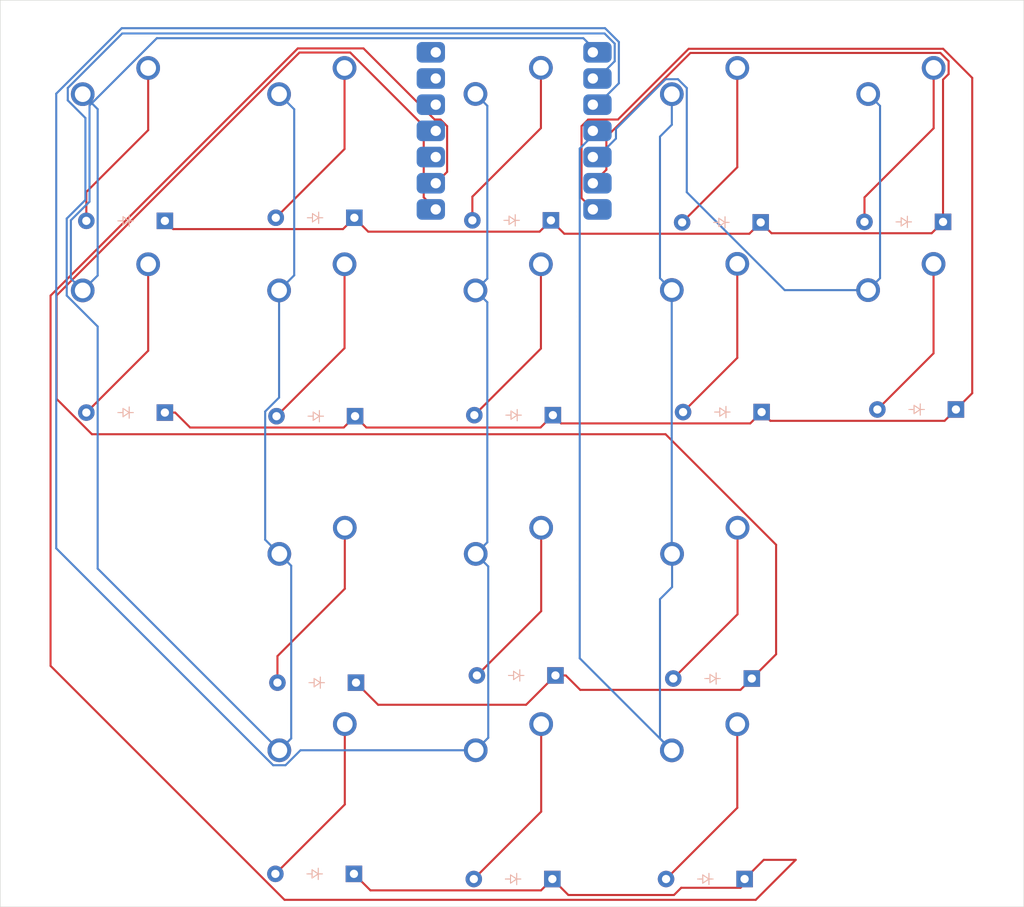
<source format=kicad_pcb>
(kicad_pcb (version 20240108) (generator "pcbnew") (generator_version "8.0")
  (layers (0 "F.Cu" signal) (31 "B.Cu" signal) (34 "B.Paste" user) (35 "F.Paste" user) (36 "B.SilkS" user "B.Silkscreen") (37 "F.SilkS" user "F.Silkscreen") (38 "B.Mask" user) (39 "F.Mask" user) (44 "Edge.Cuts" user))
  (net 0 "")
  (net 1 "Net-(D1-A)")
  (net 2 "Row 0")
  (net 3 "Row 1")
  (net 4 "Net-(D2-A)")
  (net 5 "Net-(D3-A)")
  (net 6 "Net-(D4-A)")
  (net 7 "Row 2")
  (net 8 "Net-(D5-A)")
  (net 9 "Net-(D6-A)")
  (net 10 "Row 3")
  (net 11 "Net-(D7-A)")
  (net 12 "Net-(D8-A)")
  (net 13 "Net-(D9-A)")
  (net 14 "Net-(D10-A)")
  (net 15 "Net-(D11-A)")
  (net 16 "Net-(D12-A)")
  (net 17 "Net-(D13-A)")
  (net 18 "Net-(D14-A)")
  (net 19 "Net-(D15-A)")
  (net 20 "Net-(D16-A)")
  (net 21 "Column 0")
  (net 22 "Column 1")
  (net 23 "Column 2")
  (net 24 "Column 3")
  (net 25 "Column 4")
  (net 26 "+3V3")
  (net 28 "GND")
  (net 31 "+5V")
  (footprint "MXSolderableV2:MX-Solderable-1U" (layer "F.Cu") (at 80.01 59.44)
    (property "Reference" "S4")
    (property "Value" "Keyswitch")
    (pad "" np_thru_hole circle (at -5.08 0 48.099) (size 1.7018 1.7018) (drill 1.7018) (layers "F&B.Cu" "*.Mask"))
    (pad "" np_thru_hole circle (at 0 0) (size 3.9878 3.9878) (drill 3.9878) (layers "*.Cu" "*.Mask"))
    (pad "" np_thru_hole circle (at 5.08 0 48.099) (size 1.7018 1.7018) (drill 1.7018) (layers "F&B.Cu" "*.Mask"))
    (pad "1" thru_hole circle (at -3.81 -2.54) (size 2.3 2.3) (drill 1.524) (layers "*.Cu" "B.Mask") (net 22 "Column 1"))
    (pad "2" thru_hole circle (at 2.54 -5.08) (size 2.3 2.3) (drill 1.524) (layers "*.Cu" "B.Mask") (net 6 "Net-(D4-A)"))
  )
  (footprint "MXSolderableV2:MX-Solderable-1U" (layer "F.Cu") (at 80.035 104.05)
    (property "Reference" "S6")
    (property "Value" "Keyswitch")
    (pad "" np_thru_hole circle (at -5.08 0 48.099) (size 1.7018 1.7018) (drill 1.7018) (layers "F&B.Cu" "*.Mask"))
    (pad "" np_thru_hole circle (at 0 0) (size 3.9878 3.9878) (drill 3.9878) (layers "*.Cu" "*.Mask"))
    (pad "" np_thru_hole circle (at 5.08 0 48.099) (size 1.7018 1.7018) (drill 1.7018) (layers "F&B.Cu" "*.Mask"))
    (pad "1" thru_hole circle (at -3.81 -2.54) (size 2.3 2.3) (drill 1.524) (layers "*.Cu" "B.Mask") (net 22 "Column 1"))
    (pad "2" thru_hole circle (at 2.54 -5.08) (size 2.3 2.3) (drill 1.524) (layers "*.Cu" "B.Mask") (net 9 "Net-(D6-A)"))
  )
  (footprint "MXSolderableV2:MX-Solderable-1U" (layer "F.Cu") (at 118.135 85)
    (property "Reference" "S13")
    (property "Value" "Keyswitch")
    (pad "" np_thru_hole circle (at -5.08 0 48.099) (size 1.7018 1.7018) (drill 1.7018) (layers "F&B.Cu" "*.Mask"))
    (pad "" np_thru_hole circle (at 0 0) (size 3.9878 3.9878) (drill 3.9878) (layers "*.Cu" "*.Mask"))
    (pad "" np_thru_hole circle (at 5.08 0 48.099) (size 1.7018 1.7018) (drill 1.7018) (layers "F&B.Cu" "*.Mask"))
    (pad "1" thru_hole circle (at -3.81 -2.54) (size 2.3 2.3) (drill 1.524) (layers "*.Cu" "B.Mask") (net 24 "Column 3"))
    (pad "2" thru_hole circle (at 2.54 -5.08) (size 2.3 2.3) (drill 1.524) (layers "*.Cu" "B.Mask") (net 17 "Net-(D13-A)"))
  )
  (footprint "MXSolderableV2:MX-Solderable-1U" (layer "F.Cu") (at 137.16 40.39)
    (property "Reference" "S15")
    (property "Value" "Keyswitch")
    (pad "" np_thru_hole circle (at -5.08 0 48.099) (size 1.7018 1.7018) (drill 1.7018) (layers "F&B.Cu" "*.Mask"))
    (pad "" np_thru_hole circle (at 0 0) (size 3.9878 3.9878) (drill 3.9878) (layers "*.Cu" "*.Mask"))
    (pad "" np_thru_hole circle (at 5.08 0 48.099) (size 1.7018 1.7018) (drill 1.7018) (layers "F&B.Cu" "*.Mask"))
    (pad "1" thru_hole circle (at -3.81 -2.54) (size 2.3 2.3) (drill 1.524) (layers "*.Cu" "B.Mask") (net 25 "Column 4"))
    (pad "2" thru_hole circle (at 2.54 -5.08) (size 2.3 2.3) (drill 1.524) (layers "*.Cu" "B.Mask") (net 19 "Net-(D15-A)"))
  )
  (footprint "MXSolderableV2:MX-Solderable-1U" (layer "F.Cu") (at 99.06 59.44)
    (property "Reference" "S8")
    (property "Value" "Keyswitch")
    (pad "" np_thru_hole circle (at -5.08 0 48.099) (size 1.7018 1.7018) (drill 1.7018) (layers "F&B.Cu" "*.Mask"))
    (pad "" np_thru_hole circle (at 0 0) (size 3.9878 3.9878) (drill 3.9878) (layers "*.Cu" "*.Mask"))
    (pad "" np_thru_hole circle (at 5.08 0 48.099) (size 1.7018 1.7018) (drill 1.7018) (layers "F&B.Cu" "*.Mask"))
    (pad "1" thru_hole circle (at -3.81 -2.54) (size 2.3 2.3) (drill 1.524) (layers "*.Cu" "B.Mask") (net 23 "Column 2"))
    (pad "2" thru_hole circle (at 2.54 -5.08) (size 2.3 2.3) (drill 1.524) (layers "*.Cu" "B.Mask") (net 12 "Net-(D8-A)"))
  )
  (footprint "MXSolderableV2:MX-Solderable-1U" (layer "F.Cu") (at 118.11 40.4)
    (property "Reference" "S11")
    (property "Value" "Keyswitch")
    (pad "" np_thru_hole circle (at -5.08 0 48.099) (size 1.7018 1.7018) (drill 1.7018) (layers "F&B.Cu" "*.Mask"))
    (pad "" np_thru_hole circle (at 0 0) (size 3.9878 3.9878) (drill 3.9878) (layers "*.Cu" "*.Mask"))
    (pad "" np_thru_hole circle (at 5.08 0 48.099) (size 1.7018 1.7018) (drill 1.7018) (layers "F&B.Cu" "*.Mask"))
    (pad "1" thru_hole circle (at -3.81 -2.54) (size 2.3 2.3) (drill 1.524) (layers "*.Cu" "B.Mask") (net 24 "Column 3"))
    (pad "2" thru_hole circle (at 2.54 -5.08) (size 2.3 2.3) (drill 1.524) (layers "*.Cu" "B.Mask") (net 15 "Net-(D11-A)"))
  )
  (footprint "MXSolderableV2:MX-Solderable-1U" (layer "F.Cu") (at 137.15 59.41)
    (property "Reference" "S16")
    (property "Value" "Keyswitch")
    (pad "" np_thru_hole circle (at -5.08 0 48.099) (size 1.7018 1.7018) (drill 1.7018) (layers "F&B.Cu" "*.Mask"))
    (pad "" np_thru_hole circle (at 0 0) (size 3.9878 3.9878) (drill 3.9878) (layers "*.Cu" "*.Mask"))
    (pad "" np_thru_hole circle (at 5.08 0 48.099) (size 1.7018 1.7018) (drill 1.7018) (layers "F&B.Cu" "*.Mask"))
    (pad "1" thru_hole circle (at -3.81 -2.54) (size 2.3 2.3) (drill 1.524) (layers "*.Cu" "B.Mask") (net 25 "Column 4"))
    (pad "2" thru_hole circle (at 2.54 -5.08) (size 2.3 2.3) (drill 1.524) (layers "*.Cu" "B.Mask") (net 20 "Net-(D16-A)"))
  )
  (footprint "MXSolderableV2:MX-Solderable-1U" (layer "F.Cu") (at 60.96 59.44)
    (property "Reference" "S2")
    (property "Value" "Keyswitch")
    (pad "" np_thru_hole circle (at -5.08 0 48.099) (size 1.7018 1.7018) (drill 1.7018) (layers "F&B.Cu" "*.Mask"))
    (pad "" np_thru_hole circle (at 0 0) (size 3.9878 3.9878) (drill 3.9878) (layers "*.Cu" "*.Mask"))
    (pad "" np_thru_hole circle (at 5.08 0 48.099) (size 1.7018 1.7018) (drill 1.7018) (layers "F&B.Cu" "*.Mask"))
    (pad "1" thru_hole circle (at -3.81 -2.54) (size 2.3 2.3) (drill 1.524) (layers "*.Cu" "B.Mask") (net 21 "Column 0"))
    (pad "2" thru_hole circle (at 2.54 -5.08) (size 2.3 2.3) (drill 1.524) (layers "*.Cu" "B.Mask") (net 4 "Net-(D2-A)"))
  )
  (footprint "MXSolderableV2:MX-Solderable-1U" (layer "F.Cu") (at 118.11 59.4)
    (property "Reference" "S12")
    (property "Value" "Keyswitch")
    (pad "" np_thru_hole circle (at -5.08 0 48.099) (size 1.7018 1.7018) (drill 1.7018) (layers "F&B.Cu" "*.Mask"))
    (pad "" np_thru_hole circle (at 0 0) (size 3.9878 3.9878) (drill 3.9878) (layers "*.Cu" "*.Mask"))
    (pad "" np_thru_hole circle (at 5.08 0 48.099) (size 1.7018 1.7018) (drill 1.7018) (layers "F&B.Cu" "*.Mask"))
    (pad "1" thru_hole circle (at -3.81 -2.54) (size 2.3 2.3) (drill 1.524) (layers "*.Cu" "B.Mask") (net 24 "Column 3"))
    (pad "2" thru_hole circle (at 2.54 -5.08) (size 2.3 2.3) (drill 1.524) (layers "*.Cu" "B.Mask") (net 16 "Net-(D12-A)"))
  )
  (footprint "MXSolderableV2:MX-Solderable-1U" (layer "F.Cu") (at 60.96 40.4)
    (property "Reference" "S1")
    (property "Value" "Keyswitch")
    (pad "" np_thru_hole circle (at -5.08 0 48.099) (size 1.7018 1.7018) (drill 1.7018) (layers "F&B.Cu" "*.Mask"))
    (pad "" np_thru_hole circle (at 0 0) (size 3.9878 3.9878) (drill 3.9878) (layers "*.Cu" "*.Mask"))
    (pad "" np_thru_hole circle (at 5.08 0 48.099) (size 1.7018 1.7018) (drill 1.7018) (layers "F&B.Cu" "*.Mask"))
    (pad "1" thru_hole circle (at -3.81 -2.54) (size 2.3 2.3) (drill 1.524) (layers "*.Cu" "B.Mask") (net 21 "Column 0"))
    (pad "2" thru_hole circle (at 2.54 -5.08) (size 2.3 2.3) (drill 1.524) (layers "*.Cu" "B.Mask") (net 1 "Net-(D1-A)"))
  )
  (footprint "MXSolderableV2:MX-Solderable-1U" (layer "F.Cu") (at 118.11 104.06)
    (property "Reference" "S14")
    (property "Value" "Keyswitch")
    (pad "" np_thru_hole circle (at -5.08 0 48.099) (size 1.7018 1.7018) (drill 1.7018) (layers "F&B.Cu" "*.Mask"))
    (pad "" np_thru_hole circle (at 0 0) (size 3.9878 3.9878) (drill 3.9878) (layers "*.Cu" "*.Mask"))
    (pad "" np_thru_hole circle (at 5.08 0 48.099) (size 1.7018 1.7018) (drill 1.7018) (layers "F&B.Cu" "*.Mask"))
    (pad "1" thru_hole circle (at -3.81 -2.54) (size 2.3 2.3) (drill 1.524) (layers "*.Cu" "B.Mask") (net 24 "Column 3"))
    (pad "2" thru_hole circle (at 2.54 -5.08) (size 2.3 2.3) (drill 1.524) (layers "*.Cu" "B.Mask") (net 18 "Net-(D14-A)"))
  )
  (footprint "MXSolderableV2:MX-Solderable-1U" (layer "F.Cu") (at 99.06 40.38)
    (property "Reference" "S7")
    (property "Value" "Keyswitch")
    (pad "" np_thru_hole circle (at -5.08 0 48.099) (size 1.7018 1.7018) (drill 1.7018) (layers "F&B.Cu" "*.Mask"))
    (pad "" np_thru_hole circle (at 0 0) (size 3.9878 3.9878) (drill 3.9878) (layers "*.Cu" "*.Mask"))
    (pad "" np_thru_hole circle (at 5.08 0 48.099) (size 1.7018 1.7018) (drill 1.7018) (layers "F&B.Cu" "*.Mask"))
    (pad "1" thru_hole circle (at -3.81 -2.54) (size 2.3 2.3) (drill 1.524) (layers "*.Cu" "B.Mask") (net 23 "Column 2"))
    (pad "2" thru_hole circle (at 2.54 -5.08) (size 2.3 2.3) (drill 1.524) (layers "*.Cu" "B.Mask") (net 11 "Net-(D7-A)"))
  )
  (footprint "MXSolderableV2:MX-Solderable-1U" (layer "F.Cu") (at 80.01 40.4)
    (property "Reference" "S3")
    (property "Value" "Keyswitch")
    (pad "" np_thru_hole circle (at -5.08 0 48.099) (size 1.7018 1.7018) (drill 1.7018) (layers "F&B.Cu" "*.Mask"))
    (pad "" np_thru_hole circle (at 0 0) (size 3.9878 3.9878) (drill 3.9878) (layers "*.Cu" "*.Mask"))
    (pad "" np_thru_hole circle (at 5.08 0 48.099) (size 1.7018 1.7018) (drill 1.7018) (layers "F&B.Cu" "*.Mask"))
    (pad "1" thru_hole circle (at -3.81 -2.54) (size 2.3 2.3) (drill 1.524) (layers "*.Cu" "B.Mask") (net 22 "Column 1"))
    (pad "2" thru_hole circle (at 2.54 -5.08) (size 2.3 2.3) (drill 1.524) (layers "*.Cu" "B.Mask") (net 5 "Net-(D3-A)"))
  )
  (footprint "MXSolderableV2:MX-Solderable-1U" (layer "F.Cu") (at 80.035 85)
    (property "Reference" "S5")
    (property "Value" "Keyswitch")
    (pad "" np_thru_hole circle (at -5.08 0 48.099) (size 1.7018 1.7018) (drill 1.7018) (layers "F&B.Cu" "*.Mask"))
    (pad "" np_thru_hole circle (at 0 0) (size 3.9878 3.9878) (drill 3.9878) (layers "*.Cu" "*.Mask"))
    (pad "" np_thru_hole circle (at 5.08 0 48.099) (size 1.7018 1.7018) (drill 1.7018) (layers "F&B.Cu" "*.Mask"))
    (pad "1" thru_hole circle (at -3.81 -2.54) (size 2.3 2.3) (drill 1.524) (layers "*.Cu" "B.Mask") (net 22 "Column 1"))
    (pad "2" thru_hole circle (at 2.54 -5.08) (size 2.3 2.3) (drill 1.524) (layers "*.Cu" "B.Mask") (net 8 "Net-(D5-A)"))
  )
  (footprint "MXSolderableV2:MX-Solderable-1U" (layer "F.Cu") (at 99.085 85)
    (property "Reference" "S9")
    (property "Value" "Keyswitch")
    (pad "" np_thru_hole circle (at -5.08 0 48.099) (size 1.7018 1.7018) (drill 1.7018) (layers "F&B.Cu" "*.Mask"))
    (pad "" np_thru_hole circle (at 0 0) (size 3.9878 3.9878) (drill 3.9878) (layers "*.Cu" "*.Mask"))
    (pad "" np_thru_hole circle (at 5.08 0 48.099) (size 1.7018 1.7018) (drill 1.7018) (layers "F&B.Cu" "*.Mask"))
    (pad "1" thru_hole circle (at -3.81 -2.54) (size 2.3 2.3) (drill 1.524) (layers "*.Cu" "B.Mask") (net 23 "Column 2"))
    (pad "2" thru_hole circle (at 2.54 -5.08) (size 2.3 2.3) (drill 1.524) (layers "*.Cu" "B.Mask") (net 13 "Net-(D9-A)"))
  )
  (footprint "MXSolderableV2:MX-Solderable-1U" (layer "F.Cu") (at 99.085 104.05)
    (property "Reference" "S10")
    (property "Value" "Keyswitch")
    (pad "" np_thru_hole circle (at -5.08 0 48.099) (size 1.7018 1.7018) (drill 1.7018) (layers "F&B.Cu" "*.Mask"))
    (pad "" np_thru_hole circle (at 0 0) (size 3.9878 3.9878) (drill 3.9878) (layers "*.Cu" "*.Mask"))
    (pad "" np_thru_hole circle (at 5.08 0 48.099) (size 1.7018 1.7018) (drill 1.7018) (layers "F&B.Cu" "*.Mask"))
    (pad "1" thru_hole circle (at -3.81 -2.54) (size 2.3 2.3) (drill 1.524) (layers "*.Cu" "B.Mask") (net 23 "Column 2"))
    (pad "2" thru_hole circle (at 2.54 -5.08) (size 2.3 2.3) (drill 1.524) (layers "*.Cu" "B.Mask") (net 14 "Net-(D10-A)"))
  )
  (footprint "ScottoKeebs_Components:Diode_DO-35" (layer "B.Cu") (at 123.01 68.7 180)
    (property "Reference" "D12" (hide yes))
    (property "Value" "Diode" (hide yes))
    (fp_line (start 4.56 0) (end 4.06 0) (stroke (width 0.1)) (layer "B.SilkS"))
    (fp_line (start 4.06 0.4) (end 3.46 0) (stroke (width 0.1)) (layer "B.SilkS"))
    (fp_line (start 4.06 -0.4) (end 4.06 0.4) (stroke (width 0.1)) (layer "B.SilkS"))
    (fp_line (start 3.46 0) (end 4.06 -0.4) (stroke (width 0.1)) (layer "B.SilkS"))
    (fp_line (start 3.46 0) (end 3.06 0) (stroke (width 0.1)) (layer "B.SilkS"))
    (fp_line (start 3.46 -0.55) (end 3.46 0.55) (stroke (width 0.1)) (layer "B.SilkS"))
    (pad "1" thru_hole rect (at 0 0 180) (size 1.6 1.6) (drill 0.8) (layers "*.Cu" "*.Mask") (net 3 "Row 1"))
    (pad "2" thru_hole oval (at 7.62 0 180) (size 1.6 1.6) (drill 0.8) (layers "*.Cu" "*.Mask") (net 16 "Net-(D12-A)"))
  )
  (footprint "ScottoKeebs_Components:Diode_DO-35" (layer "B.Cu") (at 102.57 50.1 180)
    (property "Reference" "D7" (hide yes))
    (property "Value" "Diode" (hide yes))
    (fp_line (start 4.56 0) (end 4.06 0) (stroke (width 0.1)) (layer "B.SilkS"))
    (fp_line (start 4.06 0.4) (end 3.46 0) (stroke (width 0.1)) (layer "B.SilkS"))
    (fp_line (start 4.06 -0.4) (end 4.06 0.4) (stroke (width 0.1)) (layer "B.SilkS"))
    (fp_line (start 3.46 0) (end 4.06 -0.4) (stroke (width 0.1)) (layer "B.SilkS"))
    (fp_line (start 3.46 0) (end 3.06 0) (stroke (width 0.1)) (layer "B.SilkS"))
    (fp_line (start 3.46 -0.55) (end 3.46 0.55) (stroke (width 0.1)) (layer "B.SilkS"))
    (pad "1" thru_hole rect (at 0 0 180) (size 1.6 1.6) (drill 0.8) (layers "*.Cu" "*.Mask") (net 2 "Row 0"))
    (pad "2" thru_hole oval (at 7.62 0 180) (size 1.6 1.6) (drill 0.8) (layers "*.Cu" "*.Mask") (net 11 "Net-(D7-A)"))
  )
  (footprint "ScottoKeebs_Components:Diode_DO-35" (layer "B.Cu") (at 122.06 94.55 180)
    (property "Reference" "D13" (hide yes))
    (property "Value" "Diode" (hide yes))
    (fp_line (start 4.56 0) (end 4.06 0) (stroke (width 0.1)) (layer "B.SilkS"))
    (fp_line (start 4.06 0.4) (end 3.46 0) (stroke (width 0.1)) (layer "B.SilkS"))
    (fp_line (start 4.06 -0.4) (end 4.06 0.4) (stroke (width 0.1)) (layer "B.SilkS"))
    (fp_line (start 3.46 0) (end 4.06 -0.4) (stroke (width 0.1)) (layer "B.SilkS"))
    (fp_line (start 3.46 0) (end 3.06 0) (stroke (width 0.1)) (layer "B.SilkS"))
    (fp_line (start 3.46 -0.55) (end 3.46 0.55) (stroke (width 0.1)) (layer "B.SilkS"))
    (pad "1" thru_hole rect (at 0 0 180) (size 1.6 1.6) (drill 0.8) (layers "*.Cu" "*.Mask") (net 7 "Row 2"))
    (pad "2" thru_hole oval (at 7.62 0 180) (size 1.6 1.6) (drill 0.8) (layers "*.Cu" "*.Mask") (net 17 "Net-(D13-A)"))
  )
  (footprint "ScottoKeebs_Components:Diode_DO-35" (layer "B.Cu") (at 83.46 113.5 180)
    (property "Reference" "D6" (hide yes))
    (property "Value" "Diode" (hide yes))
    (fp_line (start 4.56 0) (end 4.06 0) (stroke (width 0.1)) (layer "B.SilkS"))
    (fp_line (start 4.06 0.4) (end 3.46 0) (stroke (width 0.1)) (layer "B.SilkS"))
    (fp_line (start 4.06 -0.4) (end 4.06 0.4) (stroke (width 0.1)) (layer "B.SilkS"))
    (fp_line (start 3.46 0) (end 4.06 -0.4) (stroke (width 0.1)) (layer "B.SilkS"))
    (fp_line (start 3.46 0) (end 3.06 0) (stroke (width 0.1)) (layer "B.SilkS"))
    (fp_line (start 3.46 -0.55) (end 3.46 0.55) (stroke (width 0.1)) (layer "B.SilkS"))
    (pad "1" thru_hole rect (at 0 0 180) (size 1.6 1.6) (drill 0.8) (layers "*.Cu" "*.Mask") (net 10 "Row 3"))
    (pad "2" thru_hole oval (at 7.62 0 180) (size 1.6 1.6) (drill 0.8) (layers "*.Cu" "*.Mask") (net 9 "Net-(D6-A)"))
  )
  (footprint "ScottoKeebs_Components:Diode_DO-35" (layer "B.Cu") (at 83.57 69.1 180)
    (property "Reference" "D4" (hide yes))
    (property "Value" "Diode" (hide yes))
    (fp_line (start 4.56 0) (end 4.06 0) (stroke (width 0.1)) (layer "B.SilkS"))
    (fp_line (start 4.06 0.4) (end 3.46 0) (stroke (width 0.1)) (layer "B.SilkS"))
    (fp_line (start 4.06 -0.4) (end 4.06 0.4) (stroke (width 0.1)) (layer "B.SilkS"))
    (fp_line (start 3.46 0) (end 4.06 -0.4) (stroke (width 0.1)) (layer "B.SilkS"))
    (fp_line (start 3.46 0) (end 3.06 0) (stroke (width 0.1)) (layer "B.SilkS"))
    (fp_line (start 3.46 -0.55) (end 3.46 0.55) (stroke (width 0.1)) (layer "B.SilkS"))
    (pad "1" thru_hole rect (at 0 0 180) (size 1.6 1.6) (drill 0.8) (layers "*.Cu" "*.Mask") (net 3 "Row 1"))
    (pad "2" thru_hole oval (at 7.62 0 180) (size 1.6 1.6) (drill 0.8) (layers "*.Cu" "*.Mask") (net 6 "Net-(D4-A)"))
  )
  (footprint "ScottoKeebs_Components:Diode_DO-35" (layer "B.Cu") (at 83.66 94.95 180)
    (property "Reference" "D5" (hide yes))
    (property "Value" "Diode" (hide yes))
    (fp_line (start 4.56 0) (end 4.06 0) (stroke (width 0.1)) (layer "B.SilkS"))
    (fp_line (start 4.06 0.4) (end 3.46 0) (stroke (width 0.1)) (layer "B.SilkS"))
    (fp_line (start 4.06 -0.4) (end 4.06 0.4) (stroke (width 0.1)) (layer "B.SilkS"))
    (fp_line (start 3.46 0) (end 4.06 -0.4) (stroke (width 0.1)) (layer "B.SilkS"))
    (fp_line (start 3.46 0) (end 3.06 0) (stroke (width 0.1)) (layer "B.SilkS"))
    (fp_line (start 3.46 -0.55) (end 3.46 0.55) (stroke (width 0.1)) (layer "B.SilkS"))
    (pad "1" thru_hole rect (at 0 0 180) (size 1.6 1.6) (drill 0.8) (layers "*.Cu" "*.Mask") (net 7 "Row 2"))
    (pad "2" thru_hole oval (at 7.62 0 180) (size 1.6 1.6) (drill 0.8) (layers "*.Cu" "*.Mask") (net 8 "Net-(D5-A)"))
  )
  (footprint "ScottoKeebs_Components:Diode_DO-35" (layer "B.Cu") (at 121.36 114 180)
    (property "Reference" "D14" (hide yes))
    (property "Value" "Diode" (hide yes))
    (fp_line (start 4.56 0) (end 4.06 0) (stroke (width 0.1)) (layer "B.SilkS"))
    (fp_line (start 4.06 0.4) (end 3.46 0) (stroke (width 0.1)) (layer "B.SilkS"))
    (fp_line (start 4.06 -0.4) (end 4.06 0.4) (stroke (width 0.1)) (layer "B.SilkS"))
    (fp_line (start 3.46 0) (end 4.06 -0.4) (stroke (width 0.1)) (layer "B.SilkS"))
    (fp_line (start 3.46 0) (end 3.06 0) (stroke (width 0.1)) (layer "B.SilkS"))
    (fp_line (start 3.46 -0.55) (end 3.46 0.55) (stroke (width 0.1)) (layer "B.SilkS"))
    (pad "1" thru_hole rect (at 0 0 180) (size 1.6 1.6) (drill 0.8) (layers "*.Cu" "*.Mask") (net 10 "Row 3"))
    (pad "2" thru_hole oval (at 7.62 0 180) (size 1.6 1.6) (drill 0.8) (layers "*.Cu" "*.Mask") (net 18 "Net-(D14-A)"))
  )
  (footprint "ScottoKeebs_Components:Diode_DO-35" (layer "B.Cu") (at 83.5 49.85 180)
    (property "Reference" "D3" (hide yes))
    (property "Value" "Diode" (hide yes))
    (fp_line (start 4.56 0) (end 4.06 0) (stroke (width 0.1)) (layer "B.SilkS"))
    (fp_line (start 4.06 0.4) (end 3.46 0) (stroke (width 0.1)) (layer "B.SilkS"))
    (fp_line (start 4.06 -0.4) (end 4.06 0.4) (stroke (width 0.1)) (layer "B.SilkS"))
    (fp_line (start 3.46 0) (end 4.06 -0.4) (stroke (width 0.1)) (layer "B.SilkS"))
    (fp_line (start 3.46 0) (end 3.06 0) (stroke (width 0.1)) (layer "B.SilkS"))
    (fp_line (start 3.46 -0.55) (end 3.46 0.55) (stroke (width 0.1)) (layer "B.SilkS"))
    (pad "1" thru_hole rect (at 0 0 180) (size 1.6 1.6) (drill 0.8) (layers "*.Cu" "*.Mask") (net 2 "Row 0"))
    (pad "2" thru_hole oval (at 7.62 0 180) (size 1.6 1.6) (drill 0.8) (layers "*.Cu" "*.Mask") (net 5 "Net-(D3-A)"))
  )
  (footprint "ScottoKeebs_Components:Diode_DO-35" (layer "B.Cu") (at 140.61 50.25 180)
    (property "Reference" "D15" (hide yes))
    (property "Value" "Diode" (hide yes))
    (fp_line (start 4.56 0) (end 4.06 0) (stroke (width 0.1)) (layer "B.SilkS"))
    (fp_line (start 4.06 0.4) (end 3.46 0) (stroke (width 0.1)) (layer "B.SilkS"))
    (fp_line (start 4.06 -0.4) (end 4.06 0.4) (stroke (width 0.1)) (layer "B.SilkS"))
    (fp_line (start 3.46 0) (end 4.06 -0.4) (stroke (width 0.1)) (layer "B.SilkS"))
    (fp_line (start 3.46 0) (end 3.06 0) (stroke (width 0.1)) (layer "B.SilkS"))
    (fp_line (start 3.46 -0.55) (end 3.46 0.55) (stroke (width 0.1)) (layer "B.SilkS"))
    (pad "1" thru_hole rect (at 0 0 180) (size 1.6 1.6) (drill 0.8) (layers "*.Cu" "*.Mask") (net 2 "Row 0"))
    (pad "2" thru_hole oval (at 7.62 0 180) (size 1.6 1.6) (drill 0.8) (layers "*.Cu" "*.Mask") (net 19 "Net-(D15-A)"))
  )
  (footprint "ScottoKeebs_Components:Diode_DO-35" (layer "B.Cu") (at 102.71 114 180)
    (property "Reference" "D10" (hide yes))
    (property "Value" "Diode" (hide yes))
    (fp_line (start 4.56 0) (end 4.06 0) (stroke (width 0.1)) (layer "B.SilkS"))
    (fp_line (start 4.06 0.4) (end 3.46 0) (stroke (width 0.1)) (layer "B.SilkS"))
    (fp_line (start 4.06 -0.4) (end 4.06 0.4) (stroke (width 0.1)) (layer "B.SilkS"))
    (fp_line (start 3.46 0) (end 4.06 -0.4) (stroke (width 0.1)) (layer "B.SilkS"))
    (fp_line (start 3.46 0) (end 3.06 0) (stroke (width 0.1)) (layer "B.SilkS"))
    (fp_line (start 3.46 -0.55) (end 3.46 0.55) (stroke (width 0.1)) (layer "B.SilkS"))
    (pad "1" thru_hole rect (at 0 0 180) (size 1.6 1.6) (drill 0.8) (layers "*.Cu" "*.Mask") (net 10 "Row 3"))
    (pad "2" thru_hole oval (at 7.62 0 180) (size 1.6 1.6) (drill 0.8) (layers "*.Cu" "*.Mask") (net 14 "Net-(D10-A)"))
  )
  (footprint "ScottoKeebs_Components:Diode_DO-35" (layer "B.Cu") (at 65.12 68.75 180)
    (property "Reference" "D2" (hide yes))
    (property "Value" "Diode" (hide yes))
    (fp_line (start 4.56 0) (end 4.06 0) (stroke (width 0.1)) (layer "B.SilkS"))
    (fp_line (start 4.06 0.4) (end 3.46 0) (stroke (width 0.1)) (layer "B.SilkS"))
    (fp_line (start 4.06 -0.4) (end 4.06 0.4) (stroke (width 0.1)) (layer "B.SilkS"))
    (fp_line (start 3.46 0) (end 4.06 -0.4) (stroke (width 0.1)) (layer "B.SilkS"))
    (fp_line (start 3.46 0) (end 3.06 0) (stroke (width 0.1)) (layer "B.SilkS"))
    (fp_line (start 3.46 -0.55) (end 3.46 0.55) (stroke (width 0.1)) (layer "B.SilkS"))
    (pad "1" thru_hole rect (at 0 0 180) (size 1.6 1.6) (drill 0.8) (layers "*.Cu" "*.Mask") (net 3 "Row 1"))
    (pad "2" thru_hole oval (at 7.62 0 180) (size 1.6 1.6) (drill 0.8) (layers "*.Cu" "*.Mask") (net 4 "Net-(D2-A)"))
  )
  (footprint "ScottoKeebs_Components:Diode_DO-35" (layer "B.Cu") (at 141.86 68.45 180)
    (property "Reference" "D16" (hide yes))
    (property "Value" "Diode" (hide yes))
    (fp_line (start 4.56 0) (end 4.06 0) (stroke (width 0.1)) (layer "B.SilkS"))
    (fp_line (start 4.06 0.4) (end 3.46 0) (stroke (width 0.1)) (layer "B.SilkS"))
    (fp_line (start 4.06 -0.4) (end 4.06 0.4) (stroke (width 0.1)) (layer "B.SilkS"))
    (fp_line (start 3.46 0) (end 4.06 -0.4) (stroke (width 0.1)) (layer "B.SilkS"))
    (fp_line (start 3.46 0) (end 3.06 0) (stroke (width 0.1)) (layer "B.SilkS"))
    (fp_line (start 3.46 -0.55) (end 3.46 0.55) (stroke (width 0.1)) (layer "B.SilkS"))
    (pad "1" thru_hole rect (at 0 0 180) (size 1.6 1.6) (drill 0.8) (layers "*.Cu" "*.Mask") (net 3 "Row 1"))
    (pad "2" thru_hole oval (at 7.62 0 180) (size 1.6 1.6) (drill 0.8) (layers "*.Cu" "*.Mask") (net 20 "Net-(D16-A)"))
  )
  (footprint "ScottoKeebs_Components:Diode_DO-35" (layer "B.Cu") (at 102.76 69 180)
    (property "Reference" "D8" (hide yes))
    (property "Value" "Diode" (hide yes))
    (fp_line (start 4.56 0) (end 4.06 0) (stroke (width 0.1)) (layer "B.SilkS"))
    (fp_line (start 4.06 0.4) (end 3.46 0) (stroke (width 0.1)) (layer "B.SilkS"))
    (fp_line (start 4.06 -0.4) (end 4.06 0.4) (stroke (width 0.1)) (layer "B.SilkS"))
    (fp_line (start 3.46 0) (end 4.06 -0.4) (stroke (width 0.1)) (layer "B.SilkS"))
    (fp_line (start 3.46 0) (end 3.06 0) (stroke (width 0.1)) (layer "B.SilkS"))
    (fp_line (start 3.46 -0.55) (end 3.46 0.55) (stroke (width 0.1)) (layer "B.SilkS"))
    (pad "1" thru_hole rect (at 0 0 180) (size 1.6 1.6) (drill 0.8) (layers "*.Cu" "*.Mask") (net 3 "Row 1"))
    (pad "2" thru_hole oval (at 7.62 0 180) (size 1.6 1.6) (drill 0.8) (layers "*.Cu" "*.Mask") (net 12 "Net-(D8-A)"))
  )
  (footprint "ScottoKeebs_Components:Diode_DO-35" (layer "B.Cu") (at 103.01 94.25 180)
    (property "Reference" "D9" (hide yes))
    (property "Value" "Diode" (hide yes))
    (fp_line (start 4.56 0) (end 4.06 0) (stroke (width 0.1)) (layer "B.SilkS"))
    (fp_line (start 4.06 0.4) (end 3.46 0) (stroke (width 0.1)) (layer "B.SilkS"))
    (fp_line (start 4.06 -0.4) (end 4.06 0.4) (stroke (width 0.1)) (layer "B.SilkS"))
    (fp_line (start 3.46 0) (end 4.06 -0.4) (stroke (width 0.1)) (layer "B.SilkS"))
    (fp_line (start 3.46 0) (end 3.06 0) (stroke (width 0.1)) (layer "B.SilkS"))
    (fp_line (start 3.46 -0.55) (end 3.46 0.55) (stroke (width 0.1)) (layer "B.SilkS"))
    (pad "1" thru_hole rect (at 0 0 180) (size 1.6 1.6) (drill 0.8) (layers "*.Cu" "*.Mask") (net 7 "Row 2"))
    (pad "2" thru_hole oval (at 7.62 0 180) (size 1.6 1.6) (drill 0.8) (layers "*.Cu" "*.Mask") (net 13 "Net-(D9-A)"))
  )
  (footprint "ScottoKeebs_MCU:Seeed_XIAO_RP2040" (layer "B.Cu") (at 99.02 41.42 180)
    (property "Reference" "U1" (hide yes))
    (property "Value" "MCU_Seeed_XIAO_RP2040")
    (pad "1" smd roundrect (at -8.065 7.62 180) (size 2.75 2) (layers "B.Cu" "B.Paste" "B.Mask") (net 21 "Column 0"))
    (pad "1" thru_hole rect (at -7.62 7.62 90) (size 1.6 1.6) (drill 1) (layers "*.Cu" "*.Mask") (net 21 "Column 0"))
    (pad "2" smd roundrect (at -8.065 5.08 180) (size 2.75 2) (layers "B.Cu" "B.Paste" "B.Mask") (net 22 "Column 1"))
    (pad "2" thru_hole circle (at -7.62 5.08 90) (size 1.6 1.6) (drill 1) (layers "*.Cu" "*.Mask") (net 22 "Column 1"))
    (pad "3" smd roundrect (at -8.065 2.54 180) (size 2.75 2) (layers "B.Cu" "B.Paste" "B.Mask") (net 23 "Column 2"))
    (pad "3" thru_hole circle (at -7.62 2.54 90) (size 1.6 1.6) (drill 1) (layers "*.Cu" "*.Mask") (net 23 "Column 2"))
    (pad "4" smd roundrect (at -8.065 0 180) (size 2.75 2) (layers "B.Cu" "B.Paste" "B.Mask") (net 24 "Column 3"))
    (pad "4" thru_hole circle (at -7.62 0 90) (size 1.6 1.6) (drill 1) (layers "*.Cu" "*.Mask") (net 24 "Column 3"))
    (pad "5" smd roundrect (at -8.065 -2.54 180) (size 2.75 2) (layers "B.Cu" "B.Paste" "B.Mask") (net 25 "Column 4"))
    (pad "5" thru_hole circle (at -7.62 -2.54 90) (size 1.6 1.6) (drill 1) (layers "*.Cu" "*.Mask") (net 25 "Column 4"))
    (pad "6" smd roundrect (at -8.065 -5.08 180) (size 2.75 2) (layers "B.Cu" "B.Paste" "B.Mask") (net 2 "Row 0"))
    (pad "6" thru_hole circle (at -7.62 -5.08 90) (size 1.6 1.6) (drill 1) (layers "*.Cu" "*.Mask") (net 2 "Row 0"))
    (pad "7" smd roundrect (at -8.065 -7.62 180) (size 2.75 2) (layers "B.Cu" "B.Paste" "B.Mask") (net 3 "Row 1"))
    (pad "7" thru_hole circle (at -7.62 -7.62 90) (size 1.6 1.6) (drill 1) (layers "*.Cu" "*.Mask") (net 3 "Row 1"))
    (pad "8" thru_hole circle (at 7.62 -7.62 90) (size 1.6 1.6) (drill 1) (layers "*.Cu" "*.Mask") (net 7 "Row 2"))
    (pad "8" smd roundrect (at 8.1 -7.62 180) (size 2.75 2) (layers "B.Cu" "B.Paste" "B.Mask") (net 7 "Row 2"))
    (pad "9" thru_hole circle (at 7.62 -5.08 90) (size 1.6 1.6) (drill 1) (layers "*.Cu" "*.Mask") (net 10 "Row 3"))
    (pad "9" smd roundrect (at 8.1 -5.08 180) (size 2.75 2) (layers "B.Cu" "B.Paste" "B.Mask") (net 10 "Row 3"))
    (pad "10" thru_hole circle (at 7.62 -2.54 90) (size 1.6 1.6) (drill 1) (layers "*.Cu" "*.Mask"))
    (pad "10" smd roundrect (at 8.1 -2.54 180) (size 2.75 2) (layers "B.Cu" "B.Paste" "B.Mask"))
    (pad "11" thru_hole circle (at 7.62 0 90) (size 1.6 1.6) (drill 1) (layers "*.Cu" "*.Mask"))
    (pad "11" smd roundrect (at 8.1 0 180) (size 2.75 2) (layers "B.Cu" "B.Paste" "B.Mask"))
    (pad "12" thru_hole circle (at 7.62 2.54 90) (size 1.6 1.6) (drill 1) (layers "*.Cu" "*.Mask") (net 26 "+3V3"))
    (pad "12" smd roundrect (at 8.1 2.54 180) (size 2.75 2) (layers "B.Cu" "B.Paste" "B.Mask") (net 26 "+3V3"))
    (pad "13" thru_hole circle (at 7.62 5.08 90) (size 1.6 1.6) (drill 1) (layers "*.Cu" "*.Mask") (net 28 "GND"))
    (pad "13" smd roundrect (at 8.1 5.08 180) (size 2.75 2) (layers "B.Cu" "B.Paste" "B.Mask") (net 28 "GND"))
    (pad "14" thru_hole circle (at 7.62 7.62 90) (size 1.6 1.6) (drill 1) (layers "*.Cu" "*.Mask") (net 31 "+5V"))
    (pad "14" smd roundrect (at 8.1 7.62 180) (size 2.75 2) (layers "B.Cu" "B.Paste" "B.Mask") (net 31 "+5V"))
  )
  (footprint "ScottoKeebs_Components:Diode_DO-35" (layer "B.Cu") (at 65.12 50.15 180)
    (property "Reference" "D1" (hide yes))
    (property "Value" "Diode" (hide yes))
    (fp_line (start 4.56 0) (end 4.06 0) (stroke (width 0.1)) (layer "B.SilkS"))
    (fp_line (start 4.06 0.4) (end 3.46 0) (stroke (width 0.1)) (layer "B.SilkS"))
    (fp_line (start 4.06 -0.4) (end 4.06 0.4) (stroke (width 0.1)) (layer "B.SilkS"))
    (fp_line (start 3.46 0) (end 4.06 -0.4) (stroke (width 0.1)) (layer "B.SilkS"))
    (fp_line (start 3.46 0) (end 3.06 0) (stroke (width 0.1)) (layer "B.SilkS"))
    (fp_line (start 3.46 -0.55) (end 3.46 0.55) (stroke (width 0.1)) (layer "B.SilkS"))
    (pad "1" thru_hole rect (at 0 0 180) (size 1.6 1.6) (drill 0.8) (layers "*.Cu" "*.Mask") (net 2 "Row 0"))
    (pad "2" thru_hole oval (at 7.62 0 180) (size 1.6 1.6) (drill 0.8) (layers "*.Cu" "*.Mask") (net 1 "Net-(D1-A)"))
  )
  (footprint "ScottoKeebs_Components:Diode_DO-35" (layer "B.Cu") (at 122.92 50.3 180)
    (property "Reference" "D11" (hide yes))
    (property "Value" "Diode" (hide yes))
    (fp_line (start 4.56 0) (end 4.06 0) (stroke (width 0.1)) (layer "B.SilkS"))
    (fp_line (start 4.06 0.4) (end 3.46 0) (stroke (width 0.1)) (layer "B.SilkS"))
    (fp_line (start 4.06 -0.4) (end 4.06 0.4) (stroke (width 0.1)) (layer "B.SilkS"))
    (fp_line (start 3.46 0) (end 4.06 -0.4) (stroke (width 0.1)) (layer "B.SilkS"))
    (fp_line (start 3.46 0) (end 3.06 0) (stroke (width 0.1)) (layer "B.SilkS"))
    (fp_line (start 3.46 -0.55) (end 3.46 0.55) (stroke (width 0.1)) (layer "B.SilkS"))
    (pad "1" thru_hole rect (at 0 0 180) (size 1.6 1.6) (drill 0.8) (layers "*.Cu" "*.Mask") (net 2 "Row 0"))
    (pad "2" thru_hole oval (at 7.62 0 180) (size 1.6 1.6) (drill 0.8) (layers "*.Cu" "*.Mask") (net 15 "Net-(D11-A)"))
  )
  (gr_rect (start 49.15 28.75) (end 148.45 116.7) (stroke (width 0.05)) (fill none) (layer "Edge.Cuts"))
  (segment (start 63.5 35.32) (end 63.5 41.35) (width 0.2) (layer "F.Cu") (net 1))
  (segment (start 63.5 41.35) (end 57.5 47.35) (width 0.2) (layer "F.Cu") (net 1))
  (segment (start 57.5 47.35) (end 57.5 50.15) (width 0.2) (layer "F.Cu") (net 1))
  (segment (start 123.97 51.35) (end 139.51 51.35) (width 0.2) (layer "F.Cu") (net 2))
  (segment (start 83.5 49.85) (end 84.85 51.2) (width 0.2) (layer "F.Cu") (net 2))
  (segment (start 141.15 34.66) (end 140.35 33.86) (width 0.2) (layer "F.Cu") (net 2))
  (segment (start 140.61 50.25) (end 140.61 36.45061) (width 0.2) (layer "F.Cu") (net 2))
  (segment (start 139.51 51.35) (end 140.61 50.25) (width 0.2) (layer "F.Cu") (net 2))
  (segment (start 107.95 45.19) (end 106.64 46.5) (width 0.2) (layer "F.Cu") (net 2))
  (segment (start 121.82 51.4) (end 122.92 50.3) (width 0.2) (layer "F.Cu") (net 2))
  (segment (start 65.92 50.95) (end 82.4 50.95) (width 0.2) (layer "F.Cu") (net 2))
  (segment (start 65.12 50.15) (end 65.92 50.95) (width 0.2) (layer "F.Cu") (net 2))
  (segment (start 107.95 42.01) (end 107.95 45.19) (width 0.2) (layer "F.Cu") (net 2))
  (segment (start 141.15 35.91061) (end 141.15 34.66) (width 0.2) (layer "F.Cu") (net 2))
  (segment (start 103.87 51.4) (end 121.82 51.4) (width 0.2) (layer "F.Cu") (net 2))
  (segment (start 140.61 36.45061) (end 141.15 35.91061) (width 0.2) (layer "F.Cu") (net 2))
  (segment (start 116.1 33.86) (end 107.95 42.01) (width 0.2) (layer "F.Cu") (net 2))
  (segment (start 101.47 51.2) (end 102.57 50.1) (width 0.2) (layer "F.Cu") (net 2))
  (segment (start 122.92 50.3) (end 123.97 51.35) (width 0.2) (layer "F.Cu") (net 2))
  (segment (start 82.4 50.95) (end 83.5 49.85) (width 0.2) (layer "F.Cu") (net 2))
  (segment (start 140.35 33.86) (end 116.1 33.86) (width 0.2) (layer "F.Cu") (net 2))
  (segment (start 84.85 51.2) (end 101.47 51.2) (width 0.2) (layer "F.Cu") (net 2))
  (segment (start 102.57 50.1) (end 103.87 51.4) (width 0.2) (layer "F.Cu") (net 2))
  (segment (start 83.57 69.1) (end 84.67 70.2) (width 0.2) (layer "F.Cu") (net 3))
  (segment (start 106.184365 40.32) (end 105.54 40.964365) (width 0.2) (layer "F.Cu") (net 3))
  (segment (start 143.4409 36.2809) (end 140.62 33.46) (width 0.2) (layer "F.Cu") (net 3))
  (segment (start 101.56 70.2) (end 102.76 69) (width 0.2) (layer "F.Cu") (net 3))
  (segment (start 82.47 70.2) (end 83.57 69.1) (width 0.2) (layer "F.Cu") (net 3))
  (segment (start 102.76 69) (end 103.56 69.8) (width 0.2) (layer "F.Cu") (net 3))
  (segment (start 121.91 69.8) (end 123.01 68.7) (width 0.2) (layer "F.Cu") (net 3))
  (segment (start 109.074314 40.32) (end 106.184365 40.32) (width 0.2) (layer "F.Cu") (net 3))
  (segment (start 123.01 68.7) (end 123.86 69.55) (width 0.2) (layer "F.Cu") (net 3))
  (segment (start 143.4409 66.8691) (end 143.4409 36.2809) (width 0.2) (layer "F.Cu") (net 3))
  (segment (start 140.62 33.46) (end 115.934314 33.46) (width 0.2) (layer "F.Cu") (net 3))
  (segment (start 103.56 69.8) (end 121.91 69.8) (width 0.2) (layer "F.Cu") (net 3))
  (segment (start 105.54 47.94) (end 106.64 49.04) (width 0.2) (layer "F.Cu") (net 3))
  (segment (start 140.76 69.55) (end 141.86 68.45) (width 0.2) (layer "F.Cu") (net 3))
  (segment (start 84.67 70.2) (end 101.56 70.2) (width 0.2) (layer "F.Cu") (net 3))
  (segment (start 115.934314 33.46) (end 109.074314 40.32) (width 0.2) (layer "F.Cu") (net 3))
  (segment (start 65.12 68.75) (end 66.12 68.75) (width 0.2) (layer "F.Cu") (net 3))
  (segment (start 123.86 69.55) (end 140.76 69.55) (width 0.2) (layer "F.Cu") (net 3))
  (segment (start 66.12 68.75) (end 67.57 70.2) (width 0.2) (layer "F.Cu") (net 3))
  (segment (start 105.54 40.964365) (end 105.54 47.94) (width 0.2) (layer "F.Cu") (net 3))
  (segment (start 141.86 68.45) (end 143.4409 66.8691) (width 0.2) (layer "F.Cu") (net 3))
  (segment (start 67.57 70.2) (end 82.47 70.2) (width 0.2) (layer "F.Cu") (net 3))
  (segment (start 57.5 68.75) (end 63.5 62.75) (width 0.2) (layer "F.Cu") (net 4))
  (segment (start 63.5 62.75) (end 63.5 54.36) (width 0.2) (layer "F.Cu") (net 4))
  (segment (start 82.55 35.32) (end 82.55 43.18) (width 0.2) (layer "F.Cu") (net 5))
  (segment (start 82.55 43.18) (end 75.88 49.85) (width 0.2) (layer "F.Cu") (net 5))
  (segment (start 75.95 69.1) (end 82.55 62.5) (width 0.2) (layer "F.Cu") (net 6))
  (segment (start 82.55 62.5) (end 82.55 54.36) (width 0.2) (layer "F.Cu") (net 6))
  (segment (start 104.01 94.25) (end 105.41 95.65) (width 0.2) (layer "F.Cu") (net 7))
  (segment (start 113.69 70.85) (end 58.044365 70.85) (width 0.2) (layer "F.Cu") (net 7))
  (segment (start 120.96 95.65) (end 122.06 94.55) (width 0.2) (layer "F.Cu") (net 7))
  (segment (start 54.62 57.37939) (end 78.17939 33.82) (width 0.2) (layer "F.Cu") (net 7))
  (segment (start 103.01 94.25) (end 104.01 94.25) (width 0.2) (layer "F.Cu") (net 7))
  (segment (start 78.17939 33.82) (end 83.10061 33.82) (width 0.2) (layer "F.Cu") (net 7))
  (segment (start 54.62 67.425635) (end 54.62 57.37939) (width 0.2) (layer "F.Cu") (net 7))
  (segment (start 100.165 97.095) (end 103.01 94.25) (width 0.2) (layer "F.Cu") (net 7))
  (segment (start 85.805 97.095) (end 100.165 97.095) (width 0.2) (layer "F.Cu") (net 7))
  (segment (start 83.10061 33.82) (end 90.23 40.94939) (width 0.2) (layer "F.Cu") (net 7))
  (segment (start 124.4159 81.5759) (end 113.69 70.85) (width 0.2) (layer "F.Cu") (net 7))
  (segment (start 58.044365 70.85) (end 54.62 67.425635) (width 0.2) (layer "F.Cu") (net 7))
  (segment (start 90.23 40.94939) (end 90.23 47.87) (width 0.2) (layer "F.Cu") (net 7))
  (segment (start 83.66 94.95) (end 85.805 97.095) (width 0.2) (layer "F.Cu") (net 7))
  (segment (start 122.06 94.55) (end 124.4159 92.1941) (width 0.2) (layer "F.Cu") (net 7))
  (segment (start 124.4159 92.1941) (end 124.4159 81.5759) (width 0.2) (layer "F.Cu") (net 7))
  (segment (start 90.23 47.87) (end 91.4 49.04) (width 0.2) (layer "F.Cu") (net 7))
  (segment (start 105.41 95.65) (end 120.96 95.65) (width 0.2) (layer "F.Cu") (net 7))
  (segment (start 76.04 94.95) (end 76.04 92.376671) (width 0.2) (layer "F.Cu") (net 8))
  (segment (start 81.800225 79.92) (end 82.575 79.92) (width 0.2) (layer "F.Cu") (net 8))
  (segment (start 82.575 85.841671) (end 82.575 79.92) (width 0.2) (layer "F.Cu") (net 8))
  (segment (start 76.04 92.376671) (end 82.575 85.841671) (width 0.2) (layer "F.Cu") (net 8))
  (segment (start 75.84 113.5) (end 82.575 106.765) (width 0.2) (layer "F.Cu") (net 9))
  (segment (start 82.575 106.765) (end 82.575 98.97) (width 0.2) (layer "F.Cu") (net 9))
  (segment (start 101.61 115.1) (end 102.71 114) (width 0.2) (layer "F.Cu") (net 10))
  (segment (start 120.96 114.85) (end 122.06 113.75) (width 0.2) (layer "F.Cu") (net 10))
  (segment (start 92.5 40.964365) (end 92.5 45.4) (width 0.2) (layer "F.Cu") (net 10))
  (segment (start 54.03 57.403704) (end 78.013704 33.42) (width 0.2) (layer "F.Cu") (net 10))
  (segment (start 126.32 112.14) (end 122.44 116.02) (width 0.2) (layer "F.Cu") (net 10))
  (segment (start 114.51 115.55) (end 115.21 114.85) (width 0.2) (layer "F.Cu") (net 10))
  (segment (start 121.36 114) (end 123.22 112.14) (width 0.2) (layer "F.Cu") (net 10))
  (segment (start 91.284365 40.32) (end 91.855635 40.32) (width 0.2) (layer "F.Cu") (net 10))
  (segment (start 76.73 116.02) (end 54.03 93.32) (width 0.2) (layer "F.Cu") (net 10))
  (segment (start 83.46 113.5) (end 85.06 115.1) (width 0.2) (layer "F.Cu") (net 10))
  (segment (start 115.21 114.85) (end 120.96 114.85) (width 0.2) (layer "F.Cu") (net 10))
  (segment (start 102.71 114) (end 104.26 115.55) (width 0.2) (layer "F.Cu") (net 10))
  (segment (start 78.013704 33.42) (end 84.384365 33.42) (width 0.2) (layer "F.Cu") (net 10))
  (segment (start 84.384365 33.42) (end 91.284365 40.32) (width 0.2) (layer "F.Cu") (net 10))
  (segment (start 92.5 45.4) (end 91.4 46.5) (width 0.2) (layer "F.Cu") (net 10))
  (segment (start 104.26 115.55) (end 114.51 115.55) (width 0.2) (layer "F.Cu") (net 10))
  (segment (start 123.22 112.14) (end 126.32 112.14) (width 0.2) (layer "F.Cu") (net 10))
  (segment (start 85.06 115.1) (end 101.61 115.1) (width 0.2) (layer "F.Cu") (net 10))
  (segment (start 122.44 116.02) (end 76.73 116.02) (width 0.2) (layer "F.Cu") (net 10))
  (segment (start 54.03 93.32) (end 54.03 57.403704) (width 0.2) (layer "F.Cu") (net 10))
  (segment (start 91.855635 40.32) (end 92.5 40.964365) (width 0.2) (layer "F.Cu") (net 10))
  (segment (start 101.6 41.154775) (end 94.95 47.804775) (width 0.2) (layer "F.Cu") (net 11))
  (segment (start 101.6 35.3) (end 101.6 41.154775) (width 0.2) (layer "F.Cu") (net 11))
  (segment (start 94.95 47.804775) (end 94.95 50.1) (width 0.2) (layer "F.Cu") (net 11))
  (segment (start 101.6 62.54) (end 101.6 54.36) (width 0.2) (layer "F.Cu") (net 12))
  (segment (start 95.14 69) (end 101.6 62.54) (width 0.2) (layer "F.Cu") (net 12))
  (segment (start 101.625 88.015) (end 101.625 79.92) (width 0.2) (layer "F.Cu") (net 13))
  (segment (start 100.850225 79.92) (end 101.625 79.92) (width 0.2) (layer "F.Cu") (net 13))
  (segment (start 95.39 94.25) (end 101.625 88.015) (width 0.2) (layer "F.Cu") (net 13))
  (segment (start 101.625 107.465) (end 101.625 98.97) (width 0.2) (layer "F.Cu") (net 14))
  (segment (start 100.850225 98.97) (end 101.625 98.97) (width 0.2) (layer "F.Cu") (net 14))
  (segment (start 95.09 114) (end 101.625 107.465) (width 0.2) (layer "F.Cu") (net 14))
  (segment (start 120.65 44.95) (end 115.3 50.3) (width 0.2) (layer "F.Cu") (net 15))
  (segment (start 120.65 35.32) (end 120.65 44.95) (width 0.2) (layer "F.Cu") (net 15))
  (segment (start 115.39 68.7) (end 120.65 63.44) (width 0.2) (layer "F.Cu") (net 16))
  (segment (start 120.65 63.44) (end 120.65 54.32) (width 0.2) (layer "F.Cu") (net 16))
  (segment (start 120.675 88.315) (end 120.675 79.92) (width 0.2) (layer "F.Cu") (net 17))
  (segment (start 114.44 94.55) (end 120.675 88.315) (width 0.2) (layer "F.Cu") (net 17))
  (segment (start 113.74 114) (end 120.65 107.09) (width 0.2) (layer "F.Cu") (net 18))
  (segment (start 120.65 107.09) (end 120.65 98.98) (width 0.2) (layer "F.Cu") (net 18))
  (segment (start 139.7 41.164775) (end 132.99 47.874775) (width 0.2) (layer "F.Cu") (net 19))
  (segment (start 132.99 47.874775) (end 132.99 50.25) (width 0.2) (layer "F.Cu") (net 19))
  (segment (start 139.7 35.31) (end 139.7 41.164775) (width 0.2) (layer "F.Cu") (net 19))
  (segment (start 139.69 63) (end 139.69 54.33) (width 0.2) (layer "F.Cu") (net 20))
  (segment (start 134.24 68.45) (end 139.69 63) (width 0.2) (layer "F.Cu") (net 20))
  (segment (start 105.715 32.43) (end 107.085 33.8) (width 0.2) (layer "B.Cu") (net 21))
  (segment (start 57.15 37.86) (end 58.6 39.31) (width 0.2) (layer "B.Cu") (net 21))
  (segment (start 57.81 38.95939) (end 64.33939 32.43) (width 0.2) (layer "B.Cu") (net 21))
  (segment (start 56 55.75) (end 56 50.094365) (width 0.2) (layer "B.Cu") (net 21))
  (segment (start 57.81 48.284365) (end 57.81 38.95939) (width 0.2) (layer "B.Cu") (net 21))
  (segment (start 57.15 56.9) (end 56 55.75) (width 0.2) (layer "B.Cu") (net 21))
  (segment (start 58.6 55.45) (end 57.15 56.9) (width 0.2) (layer "B.Cu") (net 21))
  (segment (start 58.6 39.31) (end 58.6 55.45) (width 0.2) (layer "B.Cu") (net 21))
  (segment (start 56 50.094365) (end 57.81 48.284365) (width 0.2) (layer "B.Cu") (net 21))
  (segment (start 64.33939 32.43) (end 105.715 32.43) (width 0.2) (layer "B.Cu") (net 21))
  (segment (start 108.76 32.961358) (end 108.76 34.665) (width 0.2) (layer "B.Cu") (net 22))
  (segment (start 76.225 101.51) (end 58.6 83.885) (width 0.2) (layer "B.Cu") (net 22))
  (segment (start 108.76 34.665) (end 107.085 36.34) (width 0.2) (layer "B.Cu") (net 22))
  (segment (start 76.2 67.294365) (end 74.85 68.644365) (width 0.2) (layer "B.Cu") (net 22))
  (segment (start 76.2 37.86) (end 77.6661 39.3261) (width 0.2) (layer "B.Cu") (net 22))
  (segment (start 57.41 40.17061) (end 55.7 38.46061) (width 0.2) (layer "B.Cu") (net 22))
  (segment (start 77.6661 39.3261) (end 77.6661 55.4339) (width 0.2) (layer "B.Cu") (net 22))
  (segment (start 55.6 49.928679) (end 57.41 48.118679) (width 0.2) (layer "B.Cu") (net 22))
  (segment (start 76.225 82.46) (end 77.375 83.61) (width 0.2) (layer "B.Cu") (net 22))
  (segment (start 107.768642 31.97) (end 108.76 32.961358) (width 0.2) (layer "B.Cu") (net 22))
  (segment (start 58.6 83.885) (end 58.6 60.40061) (width 0.2) (layer "B.Cu") (net 22))
  (segment (start 77.6661 55.4339) (end 76.2 56.9) (width 0.2) (layer "B.Cu") (net 22))
  (segment (start 55.7 37.25939) (end 60.98939 31.97) (width 0.2) (layer "B.Cu") (net 22))
  (segment (start 58.6 60.40061) (end 55.6 57.40061) (width 0.2) (layer "B.Cu") (net 22))
  (segment (start 74.85 68.644365) (end 74.85 81.085) (width 0.2) (layer "B.Cu") (net 22))
  (segment (start 74.85 81.085) (end 76.225 82.46) (width 0.2) (layer "B.Cu") (net 22))
  (segment (start 76.2 56.9) (end 76.2 67.294365) (width 0.2) (layer "B.Cu") (net 22))
  (segment (start 77.375 100.36) (end 76.225 101.51) (width 0.2) (layer "B.Cu") (net 22))
  (segment (start 77.375 83.61) (end 77.375 100.36) (width 0.2) (layer "B.Cu") (net 22))
  (segment (start 55.6 57.40061) (end 55.6 49.928679) (width 0.2) (layer "B.Cu") (net 22))
  (segment (start 55.7 38.46061) (end 55.7 37.25939) (width 0.2) (layer "B.Cu") (net 22))
  (segment (start 57.41 48.118679) (end 57.41 40.17061) (width 0.2) (layer "B.Cu") (net 22))
  (segment (start 60.98939 31.97) (end 107.768642 31.97) (width 0.2) (layer "B.Cu") (net 22))
  (segment (start 96.4 55.75) (end 95.25 56.9) (width 0.2) (layer "B.Cu") (net 23))
  (segment (start 96.4 81.335) (end 95.275 82.46) (width 0.2) (layer "B.Cu") (net 23))
  (segment (start 95.25 37.84) (end 96.4 38.99) (width 0.2) (layer "B.Cu") (net 23))
  (segment (start 75.62439 102.96) (end 54.58 81.91561) (width 0.2) (layer "B.Cu") (net 23))
  (segment (start 54.58 81.91561) (end 54.58 37.813704) (width 0.2) (layer "B.Cu") (net 23))
  (segment (start 60.933704 31.46) (end 107.824328 31.46) (width 0.2) (layer "B.Cu") (net 23))
  (segment (start 78.27561 101.51) (end 76.82561 102.96) (width 0.2) (layer "B.Cu") (net 23))
  (segment (start 95.275 82.46) (end 96.49 83.675) (width 0.2) (layer "B.Cu") (net 23))
  (segment (start 109.16 36.805) (end 107.085 38.88) (width 0.2) (layer "B.Cu") (net 23))
  (segment (start 96.4 38.99) (end 96.4 55.75) (width 0.2) (layer "B.Cu") (net 23))
  (segment (start 95.275 101.51) (end 78.27561 101.51) (width 0.2) (layer "B.Cu") (net 23))
  (segment (start 76.82561 102.96) (end 75.62439 102.96) (width 0.2) (layer "B.Cu") (net 23))
  (segment (start 109.16 32.795672) (end 109.16 36.805) (width 0.2) (layer "B.Cu") (net 23))
  (segment (start 96.49 100.295) (end 95.275 101.51) (width 0.2) (layer "B.Cu") (net 23))
  (segment (start 96.49 83.675) (end 96.49 100.295) (width 0.2) (layer "B.Cu") (net 23))
  (segment (start 54.58 37.813704) (end 60.933704 31.46) (width 0.2) (layer "B.Cu") (net 23))
  (segment (start 96.4 58.05) (end 96.4 81.335) (width 0.2) (layer "B.Cu") (net 23))
  (segment (start 95.25 56.9) (end 96.4 58.05) (width 0.2) (layer "B.Cu") (net 23))
  (segment (start 107.824328 31.46) (end 109.16 32.795672) (width 0.2) (layer "B.Cu") (net 23))
  (segment (start 114.3 40.828329) (end 113.15 41.978329) (width 0.2) (layer "B.Cu") (net 24))
  (segment (start 105.3659 92.5859) (end 105.3659 43.1391) (width 0.2) (layer "B.Cu") (net 24))
  (segment (start 114.29 101.52) (end 114.25 101.48) (width 0.2) (layer "B.Cu") (net 24))
  (segment (start 114.3 101.52) (end 113.15 100.37) (width 0.2) (layer "B.Cu") (net 24))
  (segment (start 114.29 101.52) (end 114.3 101.52) (width 0.2) (layer "B.Cu") (net 24))
  (segment (start 113.15 55.71) (end 114.3 56.86) (width 0.2) (layer "B.Cu") (net 24))
  (segment (start 113.15 86.85) (end 114.325 85.675) (width 0.2) (layer "B.Cu") (net 24))
  (segment (start 114.325 85.675) (end 114.325 82.46) (width 0.2) (layer "B.Cu") (net 24))
  (segment (start 114.3 37.86) (end 114.3 40.828329) (width 0.2) (layer "B.Cu") (net 24))
  (segment (start 105.3659 43.1391) (end 107.085 41.42) (width 0.2) (layer "B.Cu") (net 24))
  (segment (start 113.15 100.37) (end 113.15 86.85) (width 0.2) (layer "B.Cu") (net 24))
  (segment (start 113.15 41.978329) (end 113.15 55.71) (width 0.2) (layer "B.Cu") (net 24))
  (segment (start 114.29 82.425) (end 114.325 82.46) (width 0.2) (layer "B.Cu") (net 24))
  (segment (start 114.3 56.86) (end 114.29 56.87) (width 0.2) (layer "B.Cu") (net 24))
  (segment (start 114.29 56.87) (end 114.29 82.425) (width 0.2) (layer "B.Cu") (net 24))
  (segment (start 114.3 101.52) (end 105.3659 92.5859) (width 0.2) (layer "B.Cu") (net 24))
  (segment (start 115.75 47.36939) (end 115.75 37.25939) (width 0.2) (layer "B.Cu") (net 25))
  (segment (start 125.25061 56.87) (end 115.75 47.36939) (width 0.2) (layer "B.Cu") (net 25))
  (segment (start 134.5 55.71) (end 133.34 56.87) (width 0.2) (layer "B.Cu") (net 25))
  (segment (start 134.5 39) (end 134.5 55.71) (width 0.2) (layer "B.Cu") (net 25))
  (segment (start 108.88 42.165) (end 107.085 43.96) (width 0.2) (layer "B.Cu") (net 25))
  (segment (start 133.34 56.87) (end 125.25061 56.87) (width 0.2) (layer "B.Cu") (net 25))
  (segment (start 114.90061 36.41) (end 113.69939 36.41) (width 0.2) (layer "B.Cu") (net 25))
  (segment (start 113.69939 36.41) (end 108.88 41.22939) (width 0.2) (layer "B.Cu") (net 25))
  (segment (start 108.88 41.22939) (end 108.88 42.165) (width 0.2) (layer "B.Cu") (net 25))
  (segment (start 115.75 37.25939) (end 114.90061 36.41) (width 0.2) (layer "B.Cu") (net 25))
  (segment (start 133.35 37.85) (end 134.5 39) (width 0.2) (layer "B.Cu") (net 25))
)
</source>
